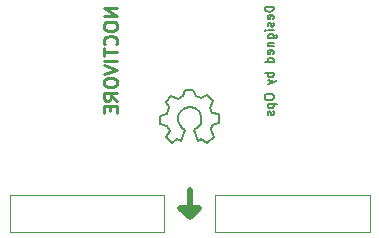
<source format=gbo>
G04 #@! TF.FileFunction,Legend,Bot*
%FSLAX46Y46*%
G04 Gerber Fmt 4.6, Leading zero omitted, Abs format (unit mm)*
G04 Created by KiCad (PCBNEW 4.0.1-3.201512221402+6198~38~ubuntu15.04.1-stable) date Sun 14 Feb 2016 01:03:01 PM PST*
%MOMM*%
G01*
G04 APERTURE LIST*
%ADD10C,0.100000*%
%ADD11C,0.550000*%
%ADD12C,0.187500*%
%ADD13C,0.287500*%
%ADD14C,0.150000*%
G04 APERTURE END LIST*
D10*
D11*
X146487500Y-110300000D02*
X145687500Y-109500000D01*
X147287500Y-109500000D02*
X146487500Y-110300000D01*
X145687500Y-109500000D02*
X147287500Y-109500000D01*
X146487500Y-108000000D02*
X146487500Y-110000000D01*
D12*
X153599286Y-92498572D02*
X152849286Y-92498572D01*
X152849286Y-92677144D01*
X152885000Y-92784287D01*
X152956429Y-92855715D01*
X153027857Y-92891430D01*
X153170714Y-92927144D01*
X153277857Y-92927144D01*
X153420714Y-92891430D01*
X153492143Y-92855715D01*
X153563571Y-92784287D01*
X153599286Y-92677144D01*
X153599286Y-92498572D01*
X153563571Y-93534287D02*
X153599286Y-93462858D01*
X153599286Y-93320001D01*
X153563571Y-93248572D01*
X153492143Y-93212858D01*
X153206429Y-93212858D01*
X153135000Y-93248572D01*
X153099286Y-93320001D01*
X153099286Y-93462858D01*
X153135000Y-93534287D01*
X153206429Y-93570001D01*
X153277857Y-93570001D01*
X153349286Y-93212858D01*
X153563571Y-93855715D02*
X153599286Y-93927144D01*
X153599286Y-94070001D01*
X153563571Y-94141429D01*
X153492143Y-94177144D01*
X153456429Y-94177144D01*
X153385000Y-94141429D01*
X153349286Y-94070001D01*
X153349286Y-93962858D01*
X153313571Y-93891429D01*
X153242143Y-93855715D01*
X153206429Y-93855715D01*
X153135000Y-93891429D01*
X153099286Y-93962858D01*
X153099286Y-94070001D01*
X153135000Y-94141429D01*
X153599286Y-94498572D02*
X153099286Y-94498572D01*
X152849286Y-94498572D02*
X152885000Y-94462858D01*
X152920714Y-94498572D01*
X152885000Y-94534287D01*
X152849286Y-94498572D01*
X152920714Y-94498572D01*
X153099286Y-95177144D02*
X153706429Y-95177144D01*
X153777857Y-95141430D01*
X153813571Y-95105715D01*
X153849286Y-95034287D01*
X153849286Y-94927144D01*
X153813571Y-94855715D01*
X153563571Y-95177144D02*
X153599286Y-95105715D01*
X153599286Y-94962858D01*
X153563571Y-94891430D01*
X153527857Y-94855715D01*
X153456429Y-94820001D01*
X153242143Y-94820001D01*
X153170714Y-94855715D01*
X153135000Y-94891430D01*
X153099286Y-94962858D01*
X153099286Y-95105715D01*
X153135000Y-95177144D01*
X153099286Y-95534286D02*
X153599286Y-95534286D01*
X153170714Y-95534286D02*
X153135000Y-95570001D01*
X153099286Y-95641429D01*
X153099286Y-95748572D01*
X153135000Y-95820001D01*
X153206429Y-95855715D01*
X153599286Y-95855715D01*
X153563571Y-96498572D02*
X153599286Y-96427143D01*
X153599286Y-96284286D01*
X153563571Y-96212857D01*
X153492143Y-96177143D01*
X153206429Y-96177143D01*
X153135000Y-96212857D01*
X153099286Y-96284286D01*
X153099286Y-96427143D01*
X153135000Y-96498572D01*
X153206429Y-96534286D01*
X153277857Y-96534286D01*
X153349286Y-96177143D01*
X153599286Y-97177143D02*
X152849286Y-97177143D01*
X153563571Y-97177143D02*
X153599286Y-97105714D01*
X153599286Y-96962857D01*
X153563571Y-96891429D01*
X153527857Y-96855714D01*
X153456429Y-96820000D01*
X153242143Y-96820000D01*
X153170714Y-96855714D01*
X153135000Y-96891429D01*
X153099286Y-96962857D01*
X153099286Y-97105714D01*
X153135000Y-97177143D01*
X153599286Y-98105714D02*
X152849286Y-98105714D01*
X153135000Y-98105714D02*
X153099286Y-98177143D01*
X153099286Y-98320000D01*
X153135000Y-98391429D01*
X153170714Y-98427143D01*
X153242143Y-98462857D01*
X153456429Y-98462857D01*
X153527857Y-98427143D01*
X153563571Y-98391429D01*
X153599286Y-98320000D01*
X153599286Y-98177143D01*
X153563571Y-98105714D01*
X153099286Y-98712857D02*
X153599286Y-98891428D01*
X153099286Y-99070000D02*
X153599286Y-98891428D01*
X153777857Y-98820000D01*
X153813571Y-98784285D01*
X153849286Y-98712857D01*
X152849286Y-100070001D02*
X152849286Y-100212858D01*
X152885000Y-100284286D01*
X152956429Y-100355715D01*
X153099286Y-100391429D01*
X153349286Y-100391429D01*
X153492143Y-100355715D01*
X153563571Y-100284286D01*
X153599286Y-100212858D01*
X153599286Y-100070001D01*
X153563571Y-99998572D01*
X153492143Y-99927143D01*
X153349286Y-99891429D01*
X153099286Y-99891429D01*
X152956429Y-99927143D01*
X152885000Y-99998572D01*
X152849286Y-100070001D01*
X153099286Y-100712857D02*
X153849286Y-100712857D01*
X153135000Y-100712857D02*
X153099286Y-100784286D01*
X153099286Y-100927143D01*
X153135000Y-100998572D01*
X153170714Y-101034286D01*
X153242143Y-101070000D01*
X153456429Y-101070000D01*
X153527857Y-101034286D01*
X153563571Y-100998572D01*
X153599286Y-100927143D01*
X153599286Y-100784286D01*
X153563571Y-100712857D01*
X153563571Y-101355714D02*
X153599286Y-101427143D01*
X153599286Y-101570000D01*
X153563571Y-101641428D01*
X153492143Y-101677143D01*
X153456429Y-101677143D01*
X153385000Y-101641428D01*
X153349286Y-101570000D01*
X153349286Y-101462857D01*
X153313571Y-101391428D01*
X153242143Y-101355714D01*
X153206429Y-101355714D01*
X153135000Y-101391428D01*
X153099286Y-101462857D01*
X153099286Y-101570000D01*
X153135000Y-101641428D01*
D13*
X140370238Y-92621668D02*
X139220238Y-92621668D01*
X140370238Y-93278810D01*
X139220238Y-93278810D01*
X139220238Y-94045477D02*
X139220238Y-94264525D01*
X139275000Y-94374049D01*
X139384524Y-94483572D01*
X139603571Y-94538334D01*
X139986905Y-94538334D01*
X140205952Y-94483572D01*
X140315476Y-94374049D01*
X140370238Y-94264525D01*
X140370238Y-94045477D01*
X140315476Y-93935953D01*
X140205952Y-93826430D01*
X139986905Y-93771668D01*
X139603571Y-93771668D01*
X139384524Y-93826430D01*
X139275000Y-93935953D01*
X139220238Y-94045477D01*
X140260714Y-95688334D02*
X140315476Y-95633572D01*
X140370238Y-95469287D01*
X140370238Y-95359763D01*
X140315476Y-95195477D01*
X140205952Y-95085953D01*
X140096429Y-95031192D01*
X139877381Y-94976430D01*
X139713095Y-94976430D01*
X139494048Y-95031192D01*
X139384524Y-95085953D01*
X139275000Y-95195477D01*
X139220238Y-95359763D01*
X139220238Y-95469287D01*
X139275000Y-95633572D01*
X139329762Y-95688334D01*
X139220238Y-96016906D02*
X139220238Y-96674049D01*
X140370238Y-96345477D02*
X139220238Y-96345477D01*
X140370238Y-97057382D02*
X139220238Y-97057382D01*
X139220238Y-97440715D02*
X140370238Y-97824048D01*
X139220238Y-98207381D01*
X139220238Y-98809762D02*
X139220238Y-99028810D01*
X139275000Y-99138334D01*
X139384524Y-99247857D01*
X139603571Y-99302619D01*
X139986905Y-99302619D01*
X140205952Y-99247857D01*
X140315476Y-99138334D01*
X140370238Y-99028810D01*
X140370238Y-98809762D01*
X140315476Y-98700238D01*
X140205952Y-98590715D01*
X139986905Y-98535953D01*
X139603571Y-98535953D01*
X139384524Y-98590715D01*
X139275000Y-98700238D01*
X139220238Y-98809762D01*
X140370238Y-100452619D02*
X139822619Y-100069286D01*
X140370238Y-99795477D02*
X139220238Y-99795477D01*
X139220238Y-100233572D01*
X139275000Y-100343096D01*
X139329762Y-100397857D01*
X139439286Y-100452619D01*
X139603571Y-100452619D01*
X139713095Y-100397857D01*
X139767857Y-100343096D01*
X139822619Y-100233572D01*
X139822619Y-99795477D01*
X139767857Y-100945477D02*
X139767857Y-101328810D01*
X140370238Y-101493096D02*
X140370238Y-100945477D01*
X139220238Y-100945477D01*
X139220238Y-101493096D01*
D10*
X148677500Y-111550000D02*
X161727500Y-111550000D01*
X148677500Y-108450000D02*
X148677500Y-111550000D01*
X161727500Y-108450000D02*
X148677500Y-108450000D01*
X161727500Y-111550000D02*
X161727500Y-108450000D01*
X131247500Y-111550000D02*
X144297500Y-111550000D01*
X131247500Y-108450000D02*
X131247500Y-111550000D01*
X144297500Y-108450000D02*
X131247500Y-108450000D01*
X144297500Y-111550000D02*
X144297500Y-108450000D01*
D14*
X148268040Y-102929640D02*
X148527120Y-103490980D01*
X148527120Y-103490980D02*
X147988640Y-104009140D01*
X147988640Y-104009140D02*
X147467940Y-103739900D01*
X147467940Y-103739900D02*
X147188540Y-103899920D01*
X145748360Y-103879600D02*
X145418160Y-103689100D01*
X145418160Y-103689100D02*
X144978740Y-104019300D01*
X144978740Y-104019300D02*
X144506300Y-103529080D01*
X144506300Y-103529080D02*
X144788240Y-103049020D01*
X144788240Y-103049020D02*
X144597740Y-102579120D01*
X144597740Y-102579120D02*
X143988140Y-102391160D01*
X143988140Y-102391160D02*
X143988140Y-101710440D01*
X143988140Y-101710440D02*
X144546940Y-101570740D01*
X144546940Y-101570740D02*
X144747600Y-100999240D01*
X144747600Y-100999240D02*
X144478360Y-100529340D01*
X144478360Y-100529340D02*
X144948260Y-100018800D01*
X144948260Y-100018800D02*
X145466420Y-100280420D01*
X145466420Y-100280420D02*
X145936320Y-100079760D01*
X145936320Y-100079760D02*
X146106500Y-99538740D01*
X146106500Y-99538740D02*
X146797380Y-99520960D01*
X146797380Y-99520960D02*
X147008200Y-100069600D01*
X147008200Y-100069600D02*
X147427300Y-100239780D01*
X147427300Y-100239780D02*
X147978480Y-99970540D01*
X147978480Y-99970540D02*
X148496640Y-100498860D01*
X148496640Y-100498860D02*
X148247720Y-101039880D01*
X148247720Y-101039880D02*
X148417900Y-101519940D01*
X148417900Y-101519940D02*
X148966540Y-101619000D01*
X148966540Y-101619000D02*
X148976700Y-102320040D01*
X148976700Y-102320040D02*
X148417900Y-102520700D01*
X148417900Y-102520700D02*
X148278200Y-102919480D01*
X146136980Y-102899160D02*
X145837260Y-102749300D01*
X145837260Y-102749300D02*
X145636600Y-102551180D01*
X145636600Y-102551180D02*
X145486740Y-102149860D01*
X145486740Y-102149860D02*
X145486740Y-101751080D01*
X145486740Y-101751080D02*
X145636600Y-101400560D01*
X145636600Y-101400560D02*
X146088720Y-101050040D01*
X146088720Y-101050040D02*
X146538300Y-100999240D01*
X146538300Y-100999240D02*
X146937080Y-101100840D01*
X146937080Y-101100840D02*
X147338400Y-101448820D01*
X147338400Y-101448820D02*
X147488260Y-101900940D01*
X147488260Y-101900940D02*
X147437460Y-102398780D01*
X147437460Y-102398780D02*
X147188540Y-102701040D01*
X147188540Y-102701040D02*
X146838020Y-102899160D01*
X146838020Y-102899160D02*
X147188540Y-103899920D01*
X146136980Y-102899160D02*
X145738200Y-103899920D01*
M02*

</source>
